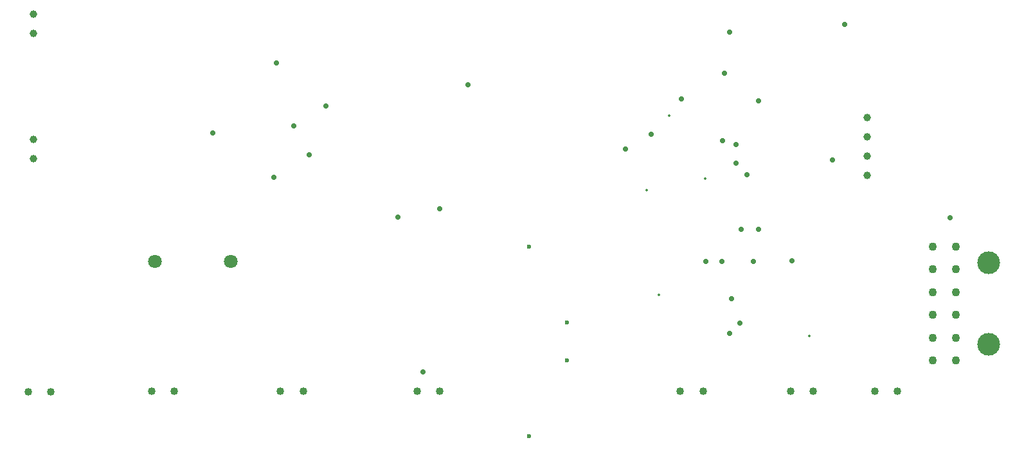
<source format=gbr>
%TF.GenerationSoftware,Altium Limited,Altium Designer,19.1.8 (144)*%
G04 Layer_Color=0*
%FSLAX26Y26*%
%MOIN*%
%TF.FileFunction,Plated,1,2,PTH,Drill*%
%TF.Part,Single*%
G01*
G75*
%TA.AperFunction,ComponentDrill*%
%ADD98C,0.040157*%
%ADD99C,0.039370*%
%ADD100C,0.070866*%
%ADD101C,0.118110*%
%ADD102C,0.043307*%
%ADD103C,0.023622*%
%TA.AperFunction,ViaDrill,NotFilled*%
%ADD104C,0.013780*%
%ADD105C,0.028000*%
D98*
X-389202Y2406565D02*
D03*
X-271092D02*
D03*
X250945Y2410079D02*
D03*
X369055D02*
D03*
X918834Y2409240D02*
D03*
X1036944D02*
D03*
X2991890Y2410079D02*
D03*
X3110000D02*
D03*
X3563189D02*
D03*
X3681299D02*
D03*
X4000591D02*
D03*
X4118701D02*
D03*
X1625945D02*
D03*
X1744055D02*
D03*
D99*
X3961732Y3530276D02*
D03*
Y3630276D02*
D03*
Y3730276D02*
D03*
Y3830276D02*
D03*
X-363268Y3715276D02*
D03*
Y3615276D02*
D03*
Y4365276D02*
D03*
Y4265276D02*
D03*
D100*
X266364Y3082771D02*
D03*
X660065D02*
D03*
D101*
X4590000Y3073976D02*
D03*
Y2653504D02*
D03*
D102*
X4301811Y3159016D02*
D03*
Y3040905D02*
D03*
Y2922795D02*
D03*
Y2804685D02*
D03*
Y2686575D02*
D03*
Y2568465D02*
D03*
X4419921Y3159016D02*
D03*
Y3040905D02*
D03*
Y2922795D02*
D03*
Y2804685D02*
D03*
Y2686575D02*
D03*
Y2568465D02*
D03*
D103*
X2208150Y2176299D02*
D03*
X2405000Y2570000D02*
D03*
X2208150Y3160551D02*
D03*
X2405000Y2766850D02*
D03*
D104*
X3661417Y2696850D02*
D03*
X2933071Y3838583D02*
D03*
X2880472Y2908869D02*
D03*
X3121338Y3511102D02*
D03*
X2817084Y3452047D02*
D03*
D105*
X2997126Y3924843D02*
D03*
X1068305Y3635714D02*
D03*
X1155409Y3888900D02*
D03*
X1744055Y3356479D02*
D03*
X899170Y4112740D02*
D03*
X988353Y3784939D02*
D03*
X568403Y3748459D02*
D03*
X885227Y3518559D02*
D03*
X1890385Y4000482D02*
D03*
X1657963Y2507335D02*
D03*
X1528187Y3311577D02*
D03*
X3306544Y3250181D02*
D03*
X3397953Y3249294D02*
D03*
X3844449Y4310669D02*
D03*
X2841299Y3741417D02*
D03*
X3258457Y2888511D02*
D03*
X2708624Y3667207D02*
D03*
X3220787Y4058701D02*
D03*
X3248597Y4271074D02*
D03*
X3299528Y2760800D02*
D03*
X3247163Y2707330D02*
D03*
X3569331Y3086854D02*
D03*
X3371174Y3080920D02*
D03*
X3123148Y3082282D02*
D03*
X3205910Y3080920D02*
D03*
X3781722Y3609519D02*
D03*
X3338898Y3532126D02*
D03*
X3282562Y3593890D02*
D03*
X3397954Y3916455D02*
D03*
X3279843Y3688268D02*
D03*
X3210354Y3707499D02*
D03*
X4390000Y3308189D02*
D03*
%TF.MD5,c49bb5f0926d05d8c3a9e21f53e4a64d*%
M02*

</source>
